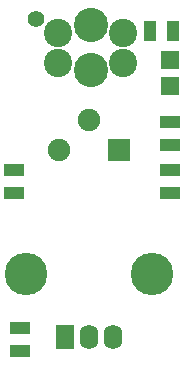
<source format=gts>
%TF.GenerationSoftware,KiCad,Pcbnew,4.0.7-e2-6376~58~ubuntu16.04.1*%
%TF.CreationDate,2018-01-20T15:43:28+01:00*%
%TF.ProjectId,Modulo IR,4D6F64756C6F2049522E6B696361645F,1.0*%
%TF.FileFunction,Soldermask,Top*%
%FSLAX46Y46*%
G04 Gerber Fmt 4.6, Leading zero omitted, Abs format (unit mm)*
G04 Created by KiCad (PCBNEW 4.0.7-e2-6376~58~ubuntu16.04.1) date Sat Jan 20 15:43:28 2018*
%MOMM*%
%LPD*%
G01*
G04 APERTURE LIST*
%ADD10C,0.100000*%
%ADD11C,1.910000*%
%ADD12R,1.910000X1.910000*%
%ADD13R,1.700000X1.100000*%
%ADD14R,1.600000X2.100000*%
%ADD15O,1.600000X2.100000*%
%ADD16C,2.400000*%
%ADD17C,2.900000*%
%ADD18C,1.400000*%
%ADD19R,1.100000X1.700000*%
%ADD20R,1.600000X1.600000*%
%ADD21C,3.600000*%
G04 APERTURE END LIST*
D10*
D11*
X7112000Y-13589000D03*
D12*
X12192000Y-13589000D03*
D11*
X9652000Y-11049000D03*
D13*
X16510000Y-17206000D03*
X16510000Y-15306000D03*
D14*
X7620000Y-29464000D03*
D15*
X9620000Y-29464000D03*
X11620000Y-29464000D03*
D13*
X16510000Y-11242000D03*
X16510000Y-13142000D03*
X3302000Y-15306000D03*
X3302000Y-17206000D03*
X3810000Y-28704500D03*
X3810000Y-30604500D03*
D16*
X7029000Y-6223000D03*
X12529000Y-6223000D03*
X7029000Y-3683000D03*
X12529000Y-3683000D03*
D17*
X9779000Y-3053000D03*
X9779000Y-6853000D03*
D18*
X5129000Y-2503000D03*
D19*
X16698000Y-3556000D03*
X14798000Y-3556000D03*
D20*
X16510000Y-6012000D03*
X16510000Y-8212000D03*
D21*
X14986000Y-24130000D03*
X4318000Y-24130000D03*
M02*

</source>
